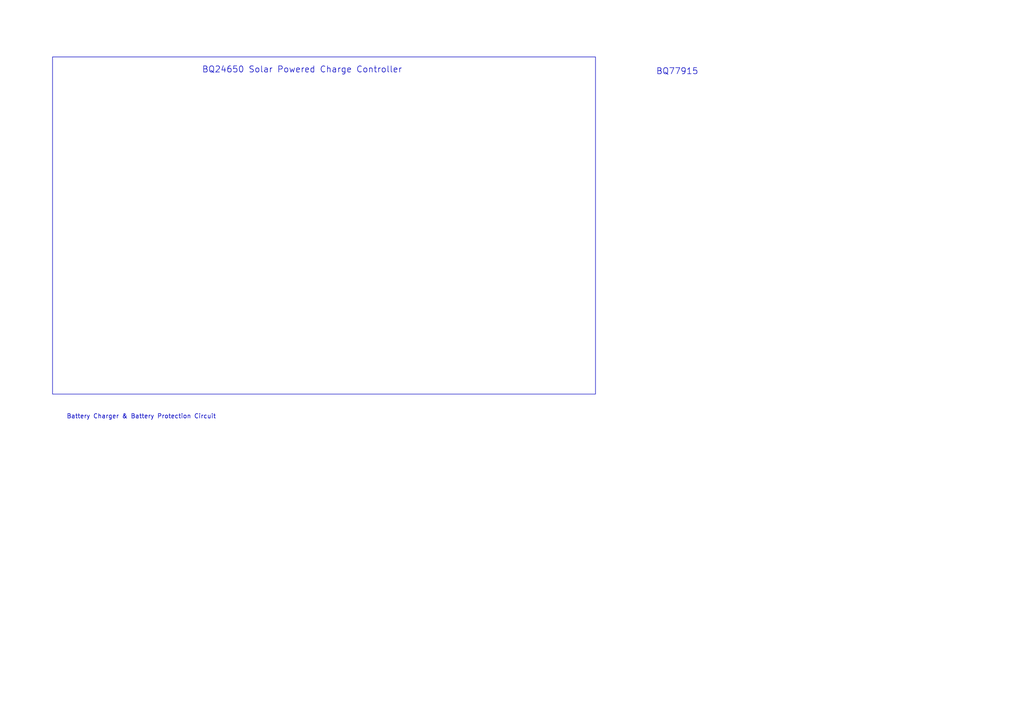
<source format=kicad_sch>
(kicad_sch
	(version 20250114)
	(generator "eeschema")
	(generator_version "9.0")
	(uuid "00eff05c-2e3f-48d9-9cf7-3ff7095f9987")
	(paper "A4")
	(lib_symbols)
	(rectangle
		(start 15.24 16.51)
		(end 172.72 114.3)
		(stroke
			(width 0)
			(type default)
		)
		(fill
			(type none)
		)
		(uuid c6b4993e-a91e-4fd7-b7f8-74ef3a76eb72)
	)
	(text "Battery Charger & Battery Protection Circuit"
		(exclude_from_sim no)
		(at 19.304 120.904 0)
		(effects
			(font
				(size 1.27 1.27)
			)
			(justify left)
		)
		(uuid "1bd43d95-5160-49f6-a992-b045b05d20ec")
	)
	(text "BQ77915 "
		(exclude_from_sim no)
		(at 197.104 20.828 0)
		(effects
			(font
				(size 1.778 1.778)
			)
		)
		(uuid "5cd772c5-be9b-4534-8902-6869e2e11c18")
	)
	(text "BQ24650 Solar Powered Charge Controller"
		(exclude_from_sim no)
		(at 87.63 20.32 0)
		(effects
			(font
				(size 1.778 1.778)
			)
		)
		(uuid "d03cffc8-ec08-4e76-98a0-c636e0c17f8d")
	)
)

</source>
